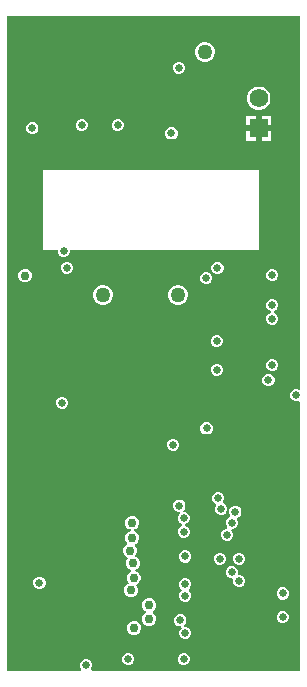
<source format=gbr>
G04*
G04 #@! TF.GenerationSoftware,Altium Limited,Altium Designer,24.9.1 (31)*
G04*
G04 Layer_Physical_Order=5*
G04 Layer_Color=16737945*
%FSLAX25Y25*%
%MOIN*%
G70*
G04*
G04 #@! TF.SameCoordinates,F3BC3392-02DA-4331-AFF2-193CA699B933*
G04*
G04*
G04 #@! TF.FilePolarity,Positive*
G04*
G01*
G75*
%ADD55R,0.06181X0.06181*%
%ADD56C,0.06181*%
%ADD73C,0.02500*%
%ADD74C,0.03000*%
%ADD75C,0.05000*%
%ADD76C,0.15748*%
G36*
X195796Y192238D02*
X195296Y191904D01*
X194974Y192037D01*
X194164D01*
X193415Y191727D01*
X192842Y191154D01*
X192532Y190405D01*
Y189595D01*
X192842Y188846D01*
X193415Y188273D01*
X194164Y187963D01*
X194974D01*
X195296Y188096D01*
X195796Y187762D01*
Y98204D01*
X126293D01*
X126085Y98704D01*
X126227Y98846D01*
X126537Y99595D01*
Y100405D01*
X126227Y101154D01*
X125654Y101727D01*
X124905Y102037D01*
X124095D01*
X123346Y101727D01*
X122773Y101154D01*
X122463Y100405D01*
Y99595D01*
X122773Y98846D01*
X122915Y98704D01*
X122707Y98204D01*
X98204D01*
Y316296D01*
X195796D01*
Y192238D01*
D02*
G37*
%LPC*%
G36*
X164433Y307787D02*
X163567D01*
X162731Y307563D01*
X161981Y307131D01*
X161369Y306519D01*
X160937Y305769D01*
X160713Y304933D01*
Y304067D01*
X160937Y303231D01*
X161369Y302482D01*
X161981Y301869D01*
X162731Y301437D01*
X163567Y301213D01*
X164433D01*
X165269Y301437D01*
X166018Y301869D01*
X166631Y302482D01*
X167063Y303231D01*
X167287Y304067D01*
Y304933D01*
X167063Y305769D01*
X166631Y306519D01*
X166018Y307131D01*
X165269Y307563D01*
X164433Y307787D01*
D02*
G37*
G36*
X155752Y301191D02*
X154941D01*
X154192Y300881D01*
X153619Y300308D01*
X153309Y299559D01*
Y298748D01*
X153619Y297999D01*
X154192Y297426D01*
X154941Y297116D01*
X155752D01*
X156501Y297426D01*
X157074Y297999D01*
X157384Y298748D01*
Y299559D01*
X157074Y300308D01*
X156501Y300881D01*
X155752Y301191D01*
D02*
G37*
G36*
X182510Y292878D02*
X181490D01*
X180503Y292614D01*
X179619Y292103D01*
X178897Y291381D01*
X178386Y290497D01*
X178122Y289510D01*
Y288490D01*
X178386Y287503D01*
X178897Y286619D01*
X179619Y285897D01*
X180503Y285386D01*
X181490Y285122D01*
X182510D01*
X183497Y285386D01*
X184381Y285897D01*
X185103Y286619D01*
X185614Y287503D01*
X185878Y288490D01*
Y289510D01*
X185614Y290497D01*
X185103Y291381D01*
X184381Y292103D01*
X183497Y292614D01*
X182510Y292878D01*
D02*
G37*
G36*
X186091Y283090D02*
X183000D01*
Y280000D01*
X186091D01*
Y283090D01*
D02*
G37*
G36*
X181000D02*
X177909D01*
Y280000D01*
X181000D01*
Y283090D01*
D02*
G37*
G36*
X135405Y282037D02*
X134595D01*
X133846Y281727D01*
X133273Y281154D01*
X132963Y280405D01*
Y279595D01*
X133273Y278846D01*
X133846Y278273D01*
X134595Y277963D01*
X135405D01*
X136154Y278273D01*
X136727Y278846D01*
X137037Y279595D01*
Y280405D01*
X136727Y281154D01*
X136154Y281727D01*
X135405Y282037D01*
D02*
G37*
G36*
X123405D02*
X122595D01*
X121846Y281727D01*
X121273Y281154D01*
X120963Y280405D01*
Y279595D01*
X121273Y278846D01*
X121846Y278273D01*
X122595Y277963D01*
X123405D01*
X124154Y278273D01*
X124727Y278846D01*
X125037Y279595D01*
Y280405D01*
X124727Y281154D01*
X124154Y281727D01*
X123405Y282037D01*
D02*
G37*
G36*
X106960Y281085D02*
X106150D01*
X105401Y280775D01*
X104828Y280202D01*
X104518Y279453D01*
Y278642D01*
X104828Y277893D01*
X105401Y277320D01*
X106150Y277010D01*
X106960D01*
X107709Y277320D01*
X108282Y277893D01*
X108592Y278642D01*
Y279453D01*
X108282Y280202D01*
X107709Y280775D01*
X106960Y281085D01*
D02*
G37*
G36*
X153300Y279329D02*
X152489D01*
X151740Y279019D01*
X151167Y278446D01*
X150857Y277697D01*
Y276887D01*
X151167Y276138D01*
X151740Y275565D01*
X152489Y275255D01*
X153300D01*
X154049Y275565D01*
X154622Y276138D01*
X154932Y276887D01*
Y277697D01*
X154622Y278446D01*
X154049Y279019D01*
X153300Y279329D01*
D02*
G37*
G36*
X186091Y278000D02*
X183000D01*
Y274909D01*
X186091D01*
Y278000D01*
D02*
G37*
G36*
X181000D02*
X177909D01*
Y274909D01*
X181000D01*
Y278000D01*
D02*
G37*
G36*
X182000Y265000D02*
X110000D01*
Y238500D01*
X114899D01*
X114963Y238405D01*
Y237595D01*
X115273Y236846D01*
X115846Y236273D01*
X116595Y235963D01*
X117405D01*
X118154Y236273D01*
X118727Y236846D01*
X119037Y237595D01*
Y238405D01*
X119101Y238500D01*
X182000D01*
Y265000D01*
D02*
G37*
G36*
X118405Y234537D02*
X117595D01*
X116846Y234227D01*
X116273Y233654D01*
X115963Y232905D01*
Y232095D01*
X116273Y231346D01*
X116846Y230773D01*
X117595Y230463D01*
X118405D01*
X119154Y230773D01*
X119727Y231346D01*
X120037Y232095D01*
Y232905D01*
X119727Y233654D01*
X119154Y234227D01*
X118405Y234537D01*
D02*
G37*
G36*
X168655Y234457D02*
X167845D01*
X167096Y234146D01*
X166523Y233573D01*
X166213Y232824D01*
Y232014D01*
X166523Y231265D01*
X167096Y230692D01*
X167845Y230382D01*
X168655D01*
X169404Y230692D01*
X169977Y231265D01*
X170287Y232014D01*
Y232824D01*
X169977Y233573D01*
X169404Y234146D01*
X168655Y234457D01*
D02*
G37*
G36*
X186905Y232037D02*
X186095D01*
X185346Y231727D01*
X184773Y231154D01*
X184463Y230405D01*
Y229595D01*
X184773Y228846D01*
X185346Y228273D01*
X186095Y227963D01*
X186905D01*
X187654Y228273D01*
X188227Y228846D01*
X188537Y229595D01*
Y230405D01*
X188227Y231154D01*
X187654Y231727D01*
X186905Y232037D01*
D02*
G37*
G36*
X104613Y232200D02*
X103703D01*
X102862Y231852D01*
X102218Y231208D01*
X101870Y230368D01*
Y229458D01*
X102218Y228617D01*
X102862Y227974D01*
X103703Y227625D01*
X104613D01*
X105453Y227974D01*
X106097Y228617D01*
X106445Y229458D01*
Y230368D01*
X106097Y231208D01*
X105453Y231852D01*
X104613Y232200D01*
D02*
G37*
G36*
X164905Y231037D02*
X164095D01*
X163346Y230727D01*
X162773Y230154D01*
X162463Y229405D01*
Y228595D01*
X162773Y227846D01*
X163346Y227273D01*
X164095Y226963D01*
X164905D01*
X165654Y227273D01*
X166227Y227846D01*
X166537Y228595D01*
Y229405D01*
X166227Y230154D01*
X165654Y230727D01*
X164905Y231037D01*
D02*
G37*
G36*
X155523Y226787D02*
X154658D01*
X153822Y226563D01*
X153072Y226131D01*
X152460Y225518D01*
X152027Y224769D01*
X151803Y223933D01*
Y223067D01*
X152027Y222231D01*
X152460Y221481D01*
X153072Y220869D01*
X153822Y220437D01*
X154658Y220213D01*
X155523D01*
X156360Y220437D01*
X157109Y220869D01*
X157721Y221481D01*
X158154Y222231D01*
X158378Y223067D01*
Y223933D01*
X158154Y224769D01*
X157721Y225518D01*
X157109Y226131D01*
X156360Y226563D01*
X155523Y226787D01*
D02*
G37*
G36*
X130433D02*
X129567D01*
X128731Y226563D01*
X127981Y226131D01*
X127369Y225518D01*
X126937Y224769D01*
X126713Y223933D01*
Y223067D01*
X126937Y222231D01*
X127369Y221481D01*
X127981Y220869D01*
X128731Y220437D01*
X129567Y220213D01*
X130433D01*
X131269Y220437D01*
X132018Y220869D01*
X132631Y221481D01*
X133063Y222231D01*
X133287Y223067D01*
Y223933D01*
X133063Y224769D01*
X132631Y225518D01*
X132018Y226131D01*
X131269Y226563D01*
X130433Y226787D01*
D02*
G37*
G36*
X186905Y222037D02*
X186095D01*
X185346Y221727D01*
X184773Y221154D01*
X184463Y220405D01*
Y219595D01*
X184773Y218846D01*
X185346Y218273D01*
X186004Y218000D01*
X186006Y217992D01*
Y217508D01*
X186004Y217500D01*
X185346Y217227D01*
X184773Y216654D01*
X184463Y215905D01*
Y215095D01*
X184773Y214346D01*
X185346Y213773D01*
X186095Y213463D01*
X186905D01*
X187654Y213773D01*
X188227Y214346D01*
X188537Y215095D01*
Y215905D01*
X188227Y216654D01*
X187654Y217227D01*
X186996Y217500D01*
X186994Y217508D01*
Y217992D01*
X186996Y218000D01*
X187654Y218273D01*
X188227Y218846D01*
X188537Y219595D01*
Y220405D01*
X188227Y221154D01*
X187654Y221727D01*
X186905Y222037D01*
D02*
G37*
G36*
X168405Y210037D02*
X167595D01*
X166846Y209727D01*
X166273Y209154D01*
X165963Y208405D01*
Y207595D01*
X166273Y206846D01*
X166846Y206273D01*
X167595Y205963D01*
X168405D01*
X169154Y206273D01*
X169727Y206846D01*
X170037Y207595D01*
Y208405D01*
X169727Y209154D01*
X169154Y209727D01*
X168405Y210037D01*
D02*
G37*
G36*
X186905Y202037D02*
X186095D01*
X185346Y201727D01*
X184773Y201154D01*
X184463Y200405D01*
Y199595D01*
X184773Y198846D01*
X185346Y198273D01*
X186095Y197963D01*
X186905D01*
X187654Y198273D01*
X188227Y198846D01*
X188537Y199595D01*
Y200405D01*
X188227Y201154D01*
X187654Y201727D01*
X186905Y202037D01*
D02*
G37*
G36*
X168405Y200537D02*
X167595D01*
X166846Y200227D01*
X166273Y199654D01*
X165963Y198905D01*
Y198095D01*
X166273Y197346D01*
X166846Y196773D01*
X167595Y196463D01*
X168405D01*
X169154Y196773D01*
X169727Y197346D01*
X170037Y198095D01*
Y198905D01*
X169727Y199654D01*
X169154Y200227D01*
X168405Y200537D01*
D02*
G37*
G36*
X185655Y197037D02*
X184845D01*
X184096Y196727D01*
X183523Y196154D01*
X183213Y195405D01*
Y194595D01*
X183523Y193846D01*
X184096Y193273D01*
X184845Y192963D01*
X185655D01*
X186404Y193273D01*
X186977Y193846D01*
X187287Y194595D01*
Y195405D01*
X186977Y196154D01*
X186404Y196727D01*
X185655Y197037D01*
D02*
G37*
G36*
X116905Y189537D02*
X116095D01*
X115346Y189227D01*
X114773Y188654D01*
X114463Y187905D01*
Y187095D01*
X114773Y186346D01*
X115346Y185773D01*
X116095Y185463D01*
X116905D01*
X117654Y185773D01*
X118227Y186346D01*
X118537Y187095D01*
Y187905D01*
X118227Y188654D01*
X117654Y189227D01*
X116905Y189537D01*
D02*
G37*
G36*
X165000Y181000D02*
X164190D01*
X163441Y180690D01*
X162867Y180117D01*
X162557Y179368D01*
Y178557D01*
X162867Y177808D01*
X163441Y177235D01*
X164190Y176925D01*
X165000D01*
X165749Y177235D01*
X166322Y177808D01*
X166632Y178557D01*
Y179368D01*
X166322Y180117D01*
X165749Y180690D01*
X165000Y181000D01*
D02*
G37*
G36*
X153905Y175537D02*
X153095D01*
X152346Y175227D01*
X151773Y174654D01*
X151463Y173905D01*
Y173095D01*
X151773Y172346D01*
X152346Y171773D01*
X153095Y171463D01*
X153905D01*
X154654Y171773D01*
X155227Y172346D01*
X155537Y173095D01*
Y173905D01*
X155227Y174654D01*
X154654Y175227D01*
X153905Y175537D01*
D02*
G37*
G36*
X168895Y157720D02*
X168085D01*
X167336Y157410D01*
X166763Y156837D01*
X166453Y156088D01*
Y155277D01*
X166763Y154528D01*
X167336Y153955D01*
X167711Y153800D01*
X167829Y153210D01*
X167773Y153154D01*
X167463Y152405D01*
Y151595D01*
X167773Y150846D01*
X168346Y150273D01*
X169095Y149963D01*
X169905D01*
X170654Y150273D01*
X171227Y150846D01*
X171537Y151595D01*
Y152405D01*
X171227Y153154D01*
X170654Y153727D01*
X170279Y153883D01*
X170161Y154472D01*
X170217Y154528D01*
X170528Y155277D01*
Y156088D01*
X170217Y156837D01*
X169644Y157410D01*
X168895Y157720D01*
D02*
G37*
G36*
X155961Y155239D02*
X155150D01*
X154401Y154929D01*
X153828Y154356D01*
X153518Y153607D01*
Y152797D01*
X153828Y152048D01*
X154401Y151475D01*
X155150Y151164D01*
X155630D01*
X155731Y150960D01*
X155783Y150664D01*
X155273Y150154D01*
X154963Y149405D01*
Y148595D01*
X155273Y147846D01*
X155846Y147273D01*
X156504Y147000D01*
X156506Y146992D01*
Y146508D01*
X156504Y146500D01*
X155846Y146227D01*
X155273Y145654D01*
X154963Y144905D01*
Y144095D01*
X155273Y143346D01*
X155846Y142773D01*
X156595Y142463D01*
X157405D01*
X158154Y142773D01*
X158727Y143346D01*
X159037Y144095D01*
Y144905D01*
X158727Y145654D01*
X158154Y146227D01*
X157496Y146500D01*
X157494Y146508D01*
Y146992D01*
X157496Y147000D01*
X158154Y147273D01*
X158727Y147846D01*
X159037Y148595D01*
Y149405D01*
X158727Y150154D01*
X158154Y150727D01*
X157405Y151037D01*
X156925D01*
X156825Y151242D01*
X156772Y151537D01*
X157283Y152048D01*
X157593Y152797D01*
Y153607D01*
X157283Y154356D01*
X156710Y154929D01*
X155961Y155239D01*
D02*
G37*
G36*
X174613Y153160D02*
X173802D01*
X173053Y152850D01*
X172480Y152277D01*
X172170Y151528D01*
Y150717D01*
X172473Y149987D01*
X172479Y149964D01*
X172319Y149423D01*
X171846Y149227D01*
X171273Y148654D01*
X170963Y147905D01*
Y147095D01*
X171273Y146346D01*
X171581Y146037D01*
X171374Y145537D01*
X171095D01*
X170346Y145227D01*
X169773Y144654D01*
X169463Y143905D01*
Y143095D01*
X169773Y142346D01*
X170346Y141773D01*
X171095Y141463D01*
X171905D01*
X172654Y141773D01*
X173227Y142346D01*
X173537Y143095D01*
Y143905D01*
X173227Y144654D01*
X172919Y144963D01*
X173126Y145463D01*
X173405D01*
X174154Y145773D01*
X174727Y146346D01*
X175037Y147095D01*
Y147905D01*
X174735Y148636D01*
X174729Y148659D01*
X174889Y149199D01*
X175362Y149395D01*
X175935Y149968D01*
X176245Y150717D01*
Y151528D01*
X175935Y152277D01*
X175362Y152850D01*
X174613Y153160D01*
D02*
G37*
G36*
X157905Y138287D02*
X157095D01*
X156346Y137977D01*
X155773Y137404D01*
X155463Y136655D01*
Y135845D01*
X155773Y135096D01*
X156346Y134523D01*
X157095Y134213D01*
X157905D01*
X158654Y134523D01*
X159227Y135096D01*
X159537Y135845D01*
Y136655D01*
X159227Y137404D01*
X158654Y137977D01*
X157905Y138287D01*
D02*
G37*
G36*
X175905Y137537D02*
X175095D01*
X174346Y137227D01*
X173773Y136654D01*
X173463Y135905D01*
Y135095D01*
X173773Y134346D01*
X174346Y133773D01*
X175095Y133463D01*
X175905D01*
X176654Y133773D01*
X177227Y134346D01*
X177537Y135095D01*
Y135905D01*
X177227Y136654D01*
X176654Y137227D01*
X175905Y137537D01*
D02*
G37*
G36*
X169405D02*
X168595D01*
X167846Y137227D01*
X167273Y136654D01*
X166963Y135905D01*
Y135095D01*
X167273Y134346D01*
X167846Y133773D01*
X168595Y133463D01*
X169405D01*
X170154Y133773D01*
X170727Y134346D01*
X171037Y135095D01*
Y135905D01*
X170727Y136654D01*
X170154Y137227D01*
X169405Y137537D01*
D02*
G37*
G36*
X173398Y133045D02*
X172587D01*
X171838Y132735D01*
X171265Y132161D01*
X170955Y131413D01*
Y130602D01*
X171265Y129853D01*
X171838Y129280D01*
X172587Y128970D01*
X173155D01*
X173508Y128516D01*
X173463Y128405D01*
Y127595D01*
X173773Y126846D01*
X174346Y126273D01*
X175095Y125963D01*
X175905D01*
X176654Y126273D01*
X177227Y126846D01*
X177537Y127595D01*
Y128405D01*
X177227Y129154D01*
X176654Y129727D01*
X175905Y130037D01*
X175337D01*
X174984Y130492D01*
X175030Y130602D01*
Y131413D01*
X174720Y132161D01*
X174147Y132735D01*
X173398Y133045D01*
D02*
G37*
G36*
X109305Y129537D02*
X108495D01*
X107746Y129227D01*
X107173Y128654D01*
X106863Y127905D01*
Y127095D01*
X107173Y126346D01*
X107746Y125773D01*
X108495Y125463D01*
X109305D01*
X110054Y125773D01*
X110627Y126346D01*
X110937Y127095D01*
Y127905D01*
X110627Y128654D01*
X110054Y129227D01*
X109305Y129537D01*
D02*
G37*
G36*
X140319Y149787D02*
X139409D01*
X138568Y149439D01*
X137925Y148796D01*
X137576Y147955D01*
Y147045D01*
X137925Y146204D01*
X138568Y145561D01*
X139319Y145250D01*
X139320Y145242D01*
Y144758D01*
X139319Y144750D01*
X138568Y144439D01*
X137925Y143796D01*
X137576Y142955D01*
Y142045D01*
X137925Y141204D01*
X138212Y140917D01*
X138095Y140327D01*
X137704Y140166D01*
X137061Y139522D01*
X136713Y138681D01*
Y137771D01*
X137061Y136931D01*
X137704Y136287D01*
X138157Y136100D01*
X138275Y135510D01*
X138061Y135296D01*
X137713Y134455D01*
Y133545D01*
X138061Y132704D01*
X138704Y132061D01*
X139397Y131774D01*
X139441Y131251D01*
X139023Y131078D01*
X138379Y130434D01*
X138031Y129593D01*
Y128683D01*
X138379Y127843D01*
X138649Y127573D01*
X138551Y127083D01*
X138204Y126939D01*
X137561Y126296D01*
X137213Y125455D01*
Y124545D01*
X137561Y123704D01*
X138204Y123061D01*
X139045Y122713D01*
X139955D01*
X140796Y123061D01*
X141439Y123704D01*
X141787Y124545D01*
Y125455D01*
X141439Y126296D01*
X141170Y126565D01*
X141267Y127055D01*
X141614Y127199D01*
X142258Y127843D01*
X142606Y128683D01*
Y129593D01*
X142258Y130434D01*
X141614Y131078D01*
X140921Y131365D01*
X140878Y131888D01*
X141296Y132061D01*
X141939Y132704D01*
X142287Y133545D01*
Y134455D01*
X141939Y135296D01*
X141296Y135939D01*
X140842Y136127D01*
X140725Y136717D01*
X140939Y136931D01*
X141287Y137771D01*
Y138681D01*
X140939Y139522D01*
X140652Y139809D01*
X140769Y140399D01*
X141159Y140561D01*
X141803Y141204D01*
X142151Y142045D01*
Y142955D01*
X141803Y143796D01*
X141159Y144439D01*
X140409Y144750D01*
X140408Y144758D01*
Y145242D01*
X140409Y145250D01*
X141159Y145561D01*
X141803Y146204D01*
X142151Y147045D01*
Y147955D01*
X141803Y148796D01*
X141159Y149439D01*
X140319Y149787D01*
D02*
G37*
G36*
X190398Y125974D02*
X189587D01*
X188839Y125664D01*
X188265Y125091D01*
X187955Y124342D01*
Y123532D01*
X188265Y122783D01*
X188839Y122210D01*
X189587Y121900D01*
X190398D01*
X191147Y122210D01*
X191720Y122783D01*
X192030Y123532D01*
Y124342D01*
X191720Y125091D01*
X191147Y125664D01*
X190398Y125974D01*
D02*
G37*
G36*
X157905Y129037D02*
X157095D01*
X156346Y128727D01*
X155773Y128154D01*
X155463Y127405D01*
Y126595D01*
X155773Y125846D01*
X156221Y125398D01*
X156299Y125091D01*
X156221Y124784D01*
X155773Y124336D01*
X155463Y123587D01*
Y122776D01*
X155773Y122027D01*
X156346Y121454D01*
X157095Y121144D01*
X157905D01*
X158654Y121454D01*
X159227Y122027D01*
X159537Y122776D01*
Y123587D01*
X159227Y124336D01*
X158779Y124784D01*
X158701Y125091D01*
X158779Y125398D01*
X159227Y125846D01*
X159537Y126595D01*
Y127405D01*
X159227Y128154D01*
X158654Y128727D01*
X157905Y129037D01*
D02*
G37*
G36*
X190398Y118037D02*
X189587D01*
X188839Y117727D01*
X188265Y117154D01*
X187955Y116405D01*
Y115595D01*
X188265Y114846D01*
X188839Y114273D01*
X189587Y113963D01*
X190398D01*
X191147Y114273D01*
X191720Y114846D01*
X192030Y115595D01*
Y116405D01*
X191720Y117154D01*
X191147Y117727D01*
X190398Y118037D01*
D02*
G37*
G36*
X145955Y122287D02*
X145045D01*
X144204Y121939D01*
X143561Y121296D01*
X143213Y120455D01*
Y119545D01*
X143561Y118704D01*
X144204Y118061D01*
X144351Y118000D01*
Y117500D01*
X144204Y117439D01*
X143561Y116796D01*
X143213Y115955D01*
Y115045D01*
X143561Y114204D01*
X144204Y113561D01*
X145045Y113213D01*
X145955D01*
X146796Y113561D01*
X147439Y114204D01*
X147787Y115045D01*
Y115955D01*
X147439Y116796D01*
X146796Y117439D01*
X146649Y117500D01*
Y118000D01*
X146796Y118061D01*
X147439Y118704D01*
X147787Y119545D01*
Y120455D01*
X147439Y121296D01*
X146796Y121939D01*
X145955Y122287D01*
D02*
G37*
G36*
X140955Y114787D02*
X140045D01*
X139204Y114439D01*
X138561Y113796D01*
X138213Y112955D01*
Y112045D01*
X138561Y111204D01*
X139204Y110561D01*
X140045Y110213D01*
X140955D01*
X141796Y110561D01*
X142439Y111204D01*
X142787Y112045D01*
Y112955D01*
X142439Y113796D01*
X141796Y114439D01*
X140955Y114787D01*
D02*
G37*
G36*
X156283Y116991D02*
X155473D01*
X154724Y116681D01*
X154151Y116108D01*
X153841Y115359D01*
Y114548D01*
X154151Y113799D01*
X154724Y113226D01*
X155473Y112916D01*
X156131D01*
X156236Y112703D01*
X156286Y112417D01*
X155773Y111904D01*
X155463Y111155D01*
Y110345D01*
X155773Y109596D01*
X156346Y109023D01*
X157095Y108713D01*
X157905D01*
X158654Y109023D01*
X159227Y109596D01*
X159537Y110345D01*
Y111155D01*
X159227Y111904D01*
X158654Y112477D01*
X157905Y112787D01*
X157247D01*
X157143Y113001D01*
X157093Y113286D01*
X157606Y113799D01*
X157916Y114548D01*
Y115359D01*
X157606Y116108D01*
X157032Y116681D01*
X156283Y116991D01*
D02*
G37*
G36*
X157405Y104037D02*
X156595D01*
X155846Y103727D01*
X155273Y103154D01*
X154963Y102405D01*
Y101595D01*
X155273Y100846D01*
X155846Y100273D01*
X156595Y99963D01*
X157405D01*
X158154Y100273D01*
X158727Y100846D01*
X159037Y101595D01*
Y102405D01*
X158727Y103154D01*
X158154Y103727D01*
X157405Y104037D01*
D02*
G37*
G36*
X138905D02*
X138095D01*
X137346Y103727D01*
X136773Y103154D01*
X136463Y102405D01*
Y101595D01*
X136773Y100846D01*
X137346Y100273D01*
X138095Y99963D01*
X138905D01*
X139654Y100273D01*
X140227Y100846D01*
X140537Y101595D01*
Y102405D01*
X140227Y103154D01*
X139654Y103727D01*
X138905Y104037D01*
D02*
G37*
%LPD*%
D55*
X182000Y279000D02*
D03*
D56*
Y289000D02*
D03*
D73*
X106555Y279048D02*
D03*
X123000Y280000D02*
D03*
X157500Y127000D02*
D03*
Y123181D02*
D03*
X169000Y135500D02*
D03*
X168490Y155683D02*
D03*
X169500Y152000D02*
D03*
X157000Y144500D02*
D03*
Y149000D02*
D03*
X175500Y128000D02*
D03*
X155878Y114953D02*
D03*
X194569Y190000D02*
D03*
X185250Y195000D02*
D03*
X115500Y297000D02*
D03*
X150500Y296000D02*
D03*
X155347Y299153D02*
D03*
X152894Y277292D02*
D03*
X155555Y153202D02*
D03*
X174207Y151122D02*
D03*
X173000Y147500D02*
D03*
X171500Y143500D02*
D03*
X175500Y135500D02*
D03*
X172993Y131007D02*
D03*
X168250Y232419D02*
D03*
X164595Y178963D02*
D03*
X168000Y198500D02*
D03*
Y208000D02*
D03*
X116500Y187500D02*
D03*
X189993Y123937D02*
D03*
X157500Y110750D02*
D03*
X108900Y127500D02*
D03*
X135000Y280000D02*
D03*
X117000Y238000D02*
D03*
X118000Y232500D02*
D03*
X138500Y102000D02*
D03*
X157000D02*
D03*
X186500Y200000D02*
D03*
Y215500D02*
D03*
Y220000D02*
D03*
X124500Y100000D02*
D03*
X153500Y173500D02*
D03*
X157500Y136250D02*
D03*
X164500Y229000D02*
D03*
X189993Y116000D02*
D03*
X186500Y230000D02*
D03*
D74*
X139500Y125000D02*
D03*
X140319Y129138D02*
D03*
X145946Y124195D02*
D03*
X145500Y115500D02*
D03*
Y120000D02*
D03*
X140500Y112500D02*
D03*
X140000Y134000D02*
D03*
X139864Y142500D02*
D03*
X139000Y138226D02*
D03*
X139864Y147500D02*
D03*
X104158Y229913D02*
D03*
D75*
X164000Y304500D02*
D03*
X155091Y223500D02*
D03*
X130000D02*
D03*
D76*
X184000Y306500D02*
D03*
M02*

</source>
